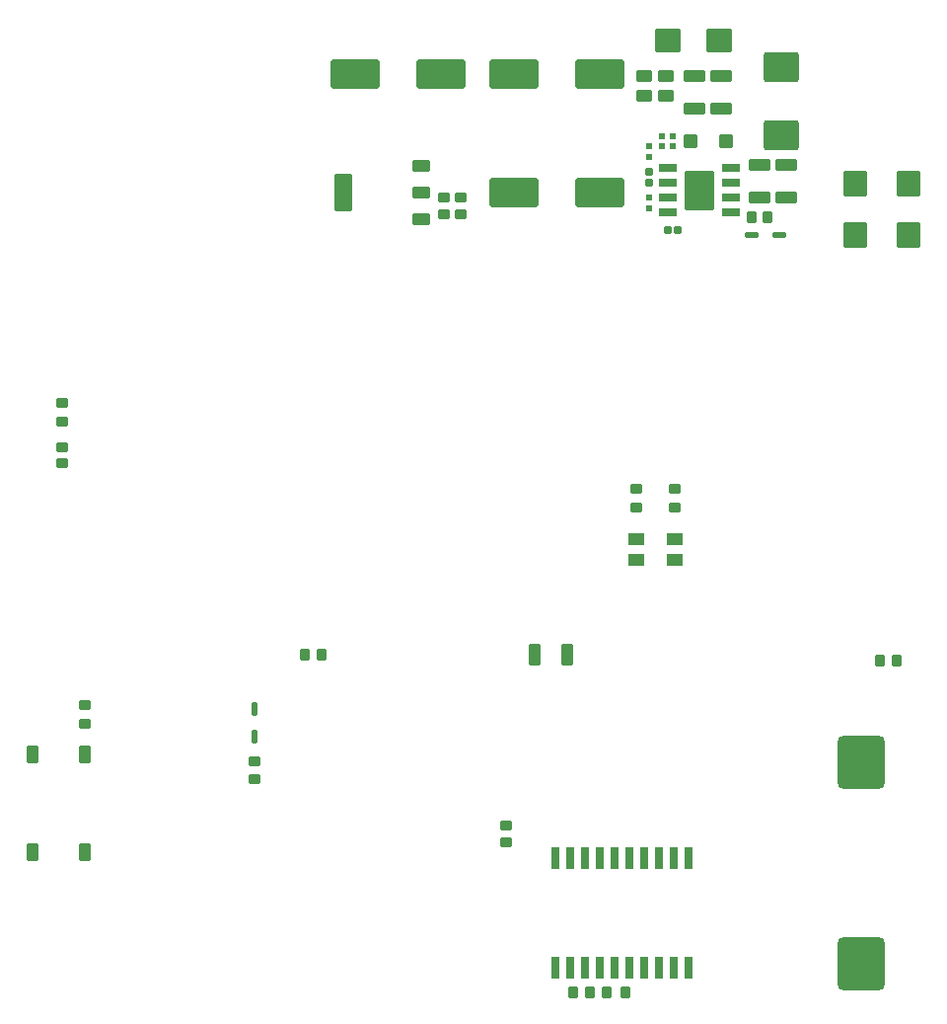
<source format=gtp>
G04*
G04 #@! TF.GenerationSoftware,Altium Limited,Altium Designer,24.0.1 (36)*
G04*
G04 Layer_Color=8421504*
%FSLAX25Y25*%
%MOIN*%
G70*
G04*
G04 #@! TF.SameCoordinates,8BFE6F63-70C4-421D-ACC2-915F9C03592B*
G04*
G04*
G04 #@! TF.FilePolarity,Positive*
G04*
G01*
G75*
G04:AMPARAMS|DCode=17|XSize=135.83mil|YSize=100.79mil|CornerRadius=10.08mil|HoleSize=0mil|Usage=FLASHONLY|Rotation=270.000|XOffset=0mil|YOffset=0mil|HoleType=Round|Shape=RoundedRectangle|*
%AMROUNDEDRECTD17*
21,1,0.13583,0.08063,0,0,270.0*
21,1,0.11567,0.10079,0,0,270.0*
1,1,0.02016,-0.04031,-0.05784*
1,1,0.02016,-0.04031,0.05784*
1,1,0.02016,0.04031,0.05784*
1,1,0.02016,0.04031,-0.05784*
%
%ADD17ROUNDEDRECTD17*%
G04:AMPARAMS|DCode=18|XSize=60.04mil|YSize=27.56mil|CornerRadius=2.76mil|HoleSize=0mil|Usage=FLASHONLY|Rotation=180.000|XOffset=0mil|YOffset=0mil|HoleType=Round|Shape=RoundedRectangle|*
%AMROUNDEDRECTD18*
21,1,0.06004,0.02205,0,0,180.0*
21,1,0.05453,0.02756,0,0,180.0*
1,1,0.00551,-0.02726,0.01102*
1,1,0.00551,0.02726,0.01102*
1,1,0.00551,0.02726,-0.01102*
1,1,0.00551,-0.02726,-0.01102*
%
%ADD18ROUNDEDRECTD18*%
G04:AMPARAMS|DCode=19|XSize=165.35mil|YSize=98.43mil|CornerRadius=9.84mil|HoleSize=0mil|Usage=FLASHONLY|Rotation=0.000|XOffset=0mil|YOffset=0mil|HoleType=Round|Shape=RoundedRectangle|*
%AMROUNDEDRECTD19*
21,1,0.16535,0.07874,0,0,0.0*
21,1,0.14567,0.09843,0,0,0.0*
1,1,0.01968,0.07284,-0.03937*
1,1,0.01968,-0.07284,-0.03937*
1,1,0.01968,-0.07284,0.03937*
1,1,0.01968,0.07284,0.03937*
%
%ADD19ROUNDEDRECTD19*%
G04:AMPARAMS|DCode=20|XSize=37.4mil|YSize=35.43mil|CornerRadius=3.54mil|HoleSize=0mil|Usage=FLASHONLY|Rotation=0.000|XOffset=0mil|YOffset=0mil|HoleType=Round|Shape=RoundedRectangle|*
%AMROUNDEDRECTD20*
21,1,0.03740,0.02835,0,0,0.0*
21,1,0.03032,0.03543,0,0,0.0*
1,1,0.00709,0.01516,-0.01417*
1,1,0.00709,-0.01516,-0.01417*
1,1,0.00709,-0.01516,0.01417*
1,1,0.00709,0.01516,0.01417*
%
%ADD20ROUNDEDRECTD20*%
G04:AMPARAMS|DCode=21|XSize=37.01mil|YSize=31.5mil|CornerRadius=3.15mil|HoleSize=0mil|Usage=FLASHONLY|Rotation=0.000|XOffset=0mil|YOffset=0mil|HoleType=Round|Shape=RoundedRectangle|*
%AMROUNDEDRECTD21*
21,1,0.03701,0.02520,0,0,0.0*
21,1,0.03071,0.03150,0,0,0.0*
1,1,0.00630,0.01535,-0.01260*
1,1,0.00630,-0.01535,-0.01260*
1,1,0.00630,-0.01535,0.01260*
1,1,0.00630,0.01535,0.01260*
%
%ADD21ROUNDEDRECTD21*%
G04:AMPARAMS|DCode=22|XSize=59.06mil|YSize=39.37mil|CornerRadius=4.92mil|HoleSize=0mil|Usage=FLASHONLY|Rotation=270.000|XOffset=0mil|YOffset=0mil|HoleType=Round|Shape=RoundedRectangle|*
%AMROUNDEDRECTD22*
21,1,0.05906,0.02953,0,0,270.0*
21,1,0.04921,0.03937,0,0,270.0*
1,1,0.00984,-0.01476,-0.02461*
1,1,0.00984,-0.01476,0.02461*
1,1,0.00984,0.01476,0.02461*
1,1,0.00984,0.01476,-0.02461*
%
%ADD22ROUNDEDRECTD22*%
G04:AMPARAMS|DCode=23|XSize=37.4mil|YSize=35.43mil|CornerRadius=3.54mil|HoleSize=0mil|Usage=FLASHONLY|Rotation=270.000|XOffset=0mil|YOffset=0mil|HoleType=Round|Shape=RoundedRectangle|*
%AMROUNDEDRECTD23*
21,1,0.03740,0.02835,0,0,270.0*
21,1,0.03032,0.03543,0,0,270.0*
1,1,0.00709,-0.01417,-0.01516*
1,1,0.00709,-0.01417,0.01516*
1,1,0.00709,0.01417,0.01516*
1,1,0.00709,0.01417,-0.01516*
%
%ADD23ROUNDEDRECTD23*%
G04:AMPARAMS|DCode=24|XSize=43.31mil|YSize=55.12mil|CornerRadius=5.41mil|HoleSize=0mil|Usage=FLASHONLY|Rotation=270.000|XOffset=0mil|YOffset=0mil|HoleType=Round|Shape=RoundedRectangle|*
%AMROUNDEDRECTD24*
21,1,0.04331,0.04429,0,0,270.0*
21,1,0.03248,0.05512,0,0,270.0*
1,1,0.01083,-0.02215,-0.01624*
1,1,0.01083,-0.02215,0.01624*
1,1,0.01083,0.02215,0.01624*
1,1,0.01083,0.02215,-0.01624*
%
%ADD24ROUNDEDRECTD24*%
G04:AMPARAMS|DCode=25|XSize=177.17mil|YSize=157.48mil|CornerRadius=15.75mil|HoleSize=0mil|Usage=FLASHONLY|Rotation=90.000|XOffset=0mil|YOffset=0mil|HoleType=Round|Shape=RoundedRectangle|*
%AMROUNDEDRECTD25*
21,1,0.17717,0.12598,0,0,90.0*
21,1,0.14567,0.15748,0,0,90.0*
1,1,0.03150,0.06299,0.07284*
1,1,0.03150,0.06299,-0.07284*
1,1,0.03150,-0.06299,-0.07284*
1,1,0.03150,-0.06299,0.07284*
%
%ADD25ROUNDEDRECTD25*%
G04:AMPARAMS|DCode=26|XSize=44.29mil|YSize=19.68mil|CornerRadius=1.97mil|HoleSize=0mil|Usage=FLASHONLY|Rotation=90.000|XOffset=0mil|YOffset=0mil|HoleType=Round|Shape=RoundedRectangle|*
%AMROUNDEDRECTD26*
21,1,0.04429,0.01575,0,0,90.0*
21,1,0.04035,0.01968,0,0,90.0*
1,1,0.00394,0.00787,0.02018*
1,1,0.00394,0.00787,-0.02018*
1,1,0.00394,-0.00787,-0.02018*
1,1,0.00394,-0.00787,0.02018*
%
%ADD26ROUNDEDRECTD26*%
G04:AMPARAMS|DCode=27|XSize=37.01mil|YSize=31.5mil|CornerRadius=3.15mil|HoleSize=0mil|Usage=FLASHONLY|Rotation=270.000|XOffset=0mil|YOffset=0mil|HoleType=Round|Shape=RoundedRectangle|*
%AMROUNDEDRECTD27*
21,1,0.03701,0.02520,0,0,270.0*
21,1,0.03071,0.03150,0,0,270.0*
1,1,0.00630,-0.01260,-0.01535*
1,1,0.00630,-0.01260,0.01535*
1,1,0.00630,0.01260,0.01535*
1,1,0.00630,0.01260,-0.01535*
%
%ADD27ROUNDEDRECTD27*%
G04:AMPARAMS|DCode=28|XSize=75.79mil|YSize=25.59mil|CornerRadius=2.56mil|HoleSize=0mil|Usage=FLASHONLY|Rotation=90.000|XOffset=0mil|YOffset=0mil|HoleType=Round|Shape=RoundedRectangle|*
%AMROUNDEDRECTD28*
21,1,0.07579,0.02047,0,0,90.0*
21,1,0.07067,0.02559,0,0,90.0*
1,1,0.00512,0.01024,0.03533*
1,1,0.00512,0.01024,-0.03533*
1,1,0.00512,-0.01024,-0.03533*
1,1,0.00512,-0.01024,0.03533*
%
%ADD28ROUNDEDRECTD28*%
G04:AMPARAMS|DCode=29|XSize=71.65mil|YSize=40.16mil|CornerRadius=4.02mil|HoleSize=0mil|Usage=FLASHONLY|Rotation=90.000|XOffset=0mil|YOffset=0mil|HoleType=Round|Shape=RoundedRectangle|*
%AMROUNDEDRECTD29*
21,1,0.07165,0.03213,0,0,90.0*
21,1,0.06362,0.04016,0,0,90.0*
1,1,0.00803,0.01606,0.03181*
1,1,0.00803,0.01606,-0.03181*
1,1,0.00803,-0.01606,-0.03181*
1,1,0.00803,-0.01606,0.03181*
%
%ADD29ROUNDEDRECTD29*%
G04:AMPARAMS|DCode=30|XSize=62.99mil|YSize=37.4mil|CornerRadius=3.74mil|HoleSize=0mil|Usage=FLASHONLY|Rotation=180.000|XOffset=0mil|YOffset=0mil|HoleType=Round|Shape=RoundedRectangle|*
%AMROUNDEDRECTD30*
21,1,0.06299,0.02992,0,0,180.0*
21,1,0.05551,0.03740,0,0,180.0*
1,1,0.00748,-0.02776,0.01496*
1,1,0.00748,0.02776,0.01496*
1,1,0.00748,0.02776,-0.01496*
1,1,0.00748,-0.02776,-0.01496*
%
%ADD30ROUNDEDRECTD30*%
G04:AMPARAMS|DCode=31|XSize=127.95mil|YSize=62.99mil|CornerRadius=6.3mil|HoleSize=0mil|Usage=FLASHONLY|Rotation=270.000|XOffset=0mil|YOffset=0mil|HoleType=Round|Shape=RoundedRectangle|*
%AMROUNDEDRECTD31*
21,1,0.12795,0.05039,0,0,270.0*
21,1,0.11535,0.06299,0,0,270.0*
1,1,0.01260,-0.02520,-0.05768*
1,1,0.01260,-0.02520,0.05768*
1,1,0.01260,0.02520,0.05768*
1,1,0.01260,0.02520,-0.05768*
%
%ADD31ROUNDEDRECTD31*%
G04:AMPARAMS|DCode=32|XSize=56.3mil|YSize=37.01mil|CornerRadius=3.7mil|HoleSize=0mil|Usage=FLASHONLY|Rotation=0.000|XOffset=0mil|YOffset=0mil|HoleType=Round|Shape=RoundedRectangle|*
%AMROUNDEDRECTD32*
21,1,0.05630,0.02961,0,0,0.0*
21,1,0.04890,0.03701,0,0,0.0*
1,1,0.00740,0.02445,-0.01480*
1,1,0.00740,-0.02445,-0.01480*
1,1,0.00740,-0.02445,0.01480*
1,1,0.00740,0.02445,0.01480*
%
%ADD32ROUNDEDRECTD32*%
G04:AMPARAMS|DCode=33|XSize=54.72mil|YSize=37.8mil|CornerRadius=3.78mil|HoleSize=0mil|Usage=FLASHONLY|Rotation=0.000|XOffset=0mil|YOffset=0mil|HoleType=Round|Shape=RoundedRectangle|*
%AMROUNDEDRECTD33*
21,1,0.05472,0.03024,0,0,0.0*
21,1,0.04717,0.03780,0,0,0.0*
1,1,0.00756,0.02358,-0.01512*
1,1,0.00756,-0.02358,-0.01512*
1,1,0.00756,-0.02358,0.01512*
1,1,0.00756,0.02358,0.01512*
%
%ADD33ROUNDEDRECTD33*%
G04:AMPARAMS|DCode=34|XSize=71.65mil|YSize=40.16mil|CornerRadius=4.02mil|HoleSize=0mil|Usage=FLASHONLY|Rotation=0.000|XOffset=0mil|YOffset=0mil|HoleType=Round|Shape=RoundedRectangle|*
%AMROUNDEDRECTD34*
21,1,0.07165,0.03213,0,0,0.0*
21,1,0.06362,0.04016,0,0,0.0*
1,1,0.00803,0.03181,-0.01606*
1,1,0.00803,-0.03181,-0.01606*
1,1,0.00803,-0.03181,0.01606*
1,1,0.00803,0.03181,0.01606*
%
%ADD34ROUNDEDRECTD34*%
G04:AMPARAMS|DCode=35|XSize=47.64mil|YSize=44.49mil|CornerRadius=4.45mil|HoleSize=0mil|Usage=FLASHONLY|Rotation=180.000|XOffset=0mil|YOffset=0mil|HoleType=Round|Shape=RoundedRectangle|*
%AMROUNDEDRECTD35*
21,1,0.04764,0.03559,0,0,180.0*
21,1,0.03874,0.04449,0,0,180.0*
1,1,0.00890,-0.01937,0.01780*
1,1,0.00890,0.01937,0.01780*
1,1,0.00890,0.01937,-0.01780*
1,1,0.00890,-0.01937,-0.01780*
%
%ADD35ROUNDEDRECTD35*%
G04:AMPARAMS|DCode=36|XSize=21.65mil|YSize=21.65mil|CornerRadius=2.17mil|HoleSize=0mil|Usage=FLASHONLY|Rotation=90.000|XOffset=0mil|YOffset=0mil|HoleType=Round|Shape=RoundedRectangle|*
%AMROUNDEDRECTD36*
21,1,0.02165,0.01732,0,0,90.0*
21,1,0.01732,0.02165,0,0,90.0*
1,1,0.00433,0.00866,0.00866*
1,1,0.00433,0.00866,-0.00866*
1,1,0.00433,-0.00866,-0.00866*
1,1,0.00433,-0.00866,0.00866*
%
%ADD36ROUNDEDRECTD36*%
G04:AMPARAMS|DCode=37|XSize=120.08mil|YSize=100.39mil|CornerRadius=10.04mil|HoleSize=0mil|Usage=FLASHONLY|Rotation=180.000|XOffset=0mil|YOffset=0mil|HoleType=Round|Shape=RoundedRectangle|*
%AMROUNDEDRECTD37*
21,1,0.12008,0.08032,0,0,180.0*
21,1,0.10000,0.10039,0,0,180.0*
1,1,0.02008,-0.05000,0.04016*
1,1,0.02008,0.05000,0.04016*
1,1,0.02008,0.05000,-0.04016*
1,1,0.02008,-0.05000,-0.04016*
%
%ADD37ROUNDEDRECTD37*%
G04:AMPARAMS|DCode=38|XSize=86.61mil|YSize=82.68mil|CornerRadius=8.27mil|HoleSize=0mil|Usage=FLASHONLY|Rotation=0.000|XOffset=0mil|YOffset=0mil|HoleType=Round|Shape=RoundedRectangle|*
%AMROUNDEDRECTD38*
21,1,0.08661,0.06614,0,0,0.0*
21,1,0.07008,0.08268,0,0,0.0*
1,1,0.01654,0.03504,-0.03307*
1,1,0.01654,-0.03504,-0.03307*
1,1,0.01654,-0.03504,0.03307*
1,1,0.01654,0.03504,0.03307*
%
%ADD38ROUNDEDRECTD38*%
G04:AMPARAMS|DCode=39|XSize=24.41mil|YSize=23.62mil|CornerRadius=2.36mil|HoleSize=0mil|Usage=FLASHONLY|Rotation=180.000|XOffset=0mil|YOffset=0mil|HoleType=Round|Shape=RoundedRectangle|*
%AMROUNDEDRECTD39*
21,1,0.02441,0.01890,0,0,180.0*
21,1,0.01968,0.02362,0,0,180.0*
1,1,0.00472,-0.00984,0.00945*
1,1,0.00472,0.00984,0.00945*
1,1,0.00472,0.00984,-0.00945*
1,1,0.00472,-0.00984,-0.00945*
%
%ADD39ROUNDEDRECTD39*%
G04:AMPARAMS|DCode=40|XSize=24.41mil|YSize=23.62mil|CornerRadius=2.36mil|HoleSize=0mil|Usage=FLASHONLY|Rotation=90.000|XOffset=0mil|YOffset=0mil|HoleType=Round|Shape=RoundedRectangle|*
%AMROUNDEDRECTD40*
21,1,0.02441,0.01890,0,0,90.0*
21,1,0.01968,0.02362,0,0,90.0*
1,1,0.00472,0.00945,0.00984*
1,1,0.00472,0.00945,-0.00984*
1,1,0.00472,-0.00945,-0.00984*
1,1,0.00472,-0.00945,0.00984*
%
%ADD40ROUNDEDRECTD40*%
G04:AMPARAMS|DCode=41|XSize=44.29mil|YSize=19.68mil|CornerRadius=1.97mil|HoleSize=0mil|Usage=FLASHONLY|Rotation=0.000|XOffset=0mil|YOffset=0mil|HoleType=Round|Shape=RoundedRectangle|*
%AMROUNDEDRECTD41*
21,1,0.04429,0.01575,0,0,0.0*
21,1,0.04035,0.01968,0,0,0.0*
1,1,0.00394,0.02018,-0.00787*
1,1,0.00394,-0.02018,-0.00787*
1,1,0.00394,-0.02018,0.00787*
1,1,0.00394,0.02018,0.00787*
%
%ADD41ROUNDEDRECTD41*%
G04:AMPARAMS|DCode=42|XSize=86.61mil|YSize=82.68mil|CornerRadius=8.27mil|HoleSize=0mil|Usage=FLASHONLY|Rotation=270.000|XOffset=0mil|YOffset=0mil|HoleType=Round|Shape=RoundedRectangle|*
%AMROUNDEDRECTD42*
21,1,0.08661,0.06614,0,0,270.0*
21,1,0.07008,0.08268,0,0,270.0*
1,1,0.01654,-0.03307,-0.03504*
1,1,0.01654,-0.03307,0.03504*
1,1,0.01654,0.03307,0.03504*
1,1,0.01654,0.03307,-0.03504*
%
%ADD42ROUNDEDRECTD42*%
D17*
X235106Y281890D02*
D03*
D18*
X224429Y274390D02*
D03*
Y279390D02*
D03*
Y284390D02*
D03*
Y289390D02*
D03*
X245783D02*
D03*
Y284390D02*
D03*
Y279390D02*
D03*
Y274390D02*
D03*
D19*
X172433Y321158D02*
D03*
X201567D02*
D03*
Y281000D02*
D03*
X172433D02*
D03*
X118933Y321158D02*
D03*
X148067D02*
D03*
D20*
X20000Y203701D02*
D03*
Y210000D02*
D03*
X27547Y101850D02*
D03*
Y108150D02*
D03*
X227000Y174850D02*
D03*
Y181150D02*
D03*
X213898Y174850D02*
D03*
Y181150D02*
D03*
X85000Y89232D02*
D03*
Y82932D02*
D03*
D21*
X20000Y195197D02*
D03*
Y189606D02*
D03*
X170000Y67295D02*
D03*
Y61705D02*
D03*
X149000Y273705D02*
D03*
Y279295D02*
D03*
X154500Y273705D02*
D03*
Y279295D02*
D03*
D22*
X27547Y58465D02*
D03*
X9831D02*
D03*
Y91535D02*
D03*
X27547D02*
D03*
D23*
X210150Y11000D02*
D03*
X203850D02*
D03*
D24*
X213898Y163945D02*
D03*
Y157055D02*
D03*
X227000Y163945D02*
D03*
Y157055D02*
D03*
D25*
X290000Y88622D02*
D03*
Y20906D02*
D03*
D26*
X85000Y106650D02*
D03*
Y97500D02*
D03*
D27*
X192705Y11000D02*
D03*
X198295D02*
D03*
X301795Y123000D02*
D03*
X296205D02*
D03*
X107472Y125000D02*
D03*
X101882D02*
D03*
X258402Y272890D02*
D03*
X252811D02*
D03*
D28*
X186500Y19449D02*
D03*
X191500D02*
D03*
X196500D02*
D03*
X201500D02*
D03*
X206500D02*
D03*
X211500D02*
D03*
X216500D02*
D03*
X221500D02*
D03*
X226500D02*
D03*
X231500D02*
D03*
Y56551D02*
D03*
X226500D02*
D03*
X221500D02*
D03*
X216500D02*
D03*
X211500D02*
D03*
X206500D02*
D03*
X201500D02*
D03*
X196500D02*
D03*
X191500D02*
D03*
X186500D02*
D03*
D29*
X190508Y125000D02*
D03*
X179484D02*
D03*
D30*
X141189Y271984D02*
D03*
Y281000D02*
D03*
Y290016D02*
D03*
D31*
X114811Y281000D02*
D03*
D32*
X216500Y313681D02*
D03*
Y320532D02*
D03*
D33*
X223768Y313799D02*
D03*
Y320413D02*
D03*
D34*
X242606Y309390D02*
D03*
Y320413D02*
D03*
X233606D02*
D03*
Y309390D02*
D03*
X264606Y290402D02*
D03*
Y279378D02*
D03*
X255606Y290402D02*
D03*
Y279378D02*
D03*
D35*
X244110Y298390D02*
D03*
X232102D02*
D03*
D36*
X222606Y296618D02*
D03*
Y300161D02*
D03*
X226115Y296618D02*
D03*
Y300161D02*
D03*
X218106Y296618D02*
D03*
Y293075D02*
D03*
Y275847D02*
D03*
Y279390D02*
D03*
D37*
X263000Y323504D02*
D03*
Y300276D02*
D03*
D38*
X241768Y332390D02*
D03*
X224445D02*
D03*
D39*
X218106Y284390D02*
D03*
Y288012D02*
D03*
D40*
X224429Y268390D02*
D03*
X228051D02*
D03*
D41*
X262158Y266913D02*
D03*
X253008D02*
D03*
D42*
X306000Y284213D02*
D03*
Y266890D02*
D03*
X288000Y284213D02*
D03*
Y266890D02*
D03*
M02*

</source>
